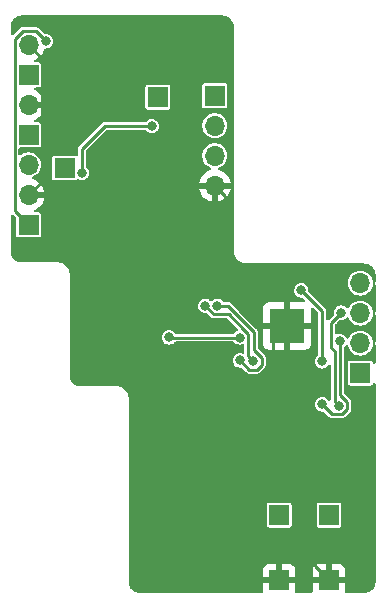
<source format=gbl>
%TF.GenerationSoftware,KiCad,Pcbnew,(7.0.0-122-g9f10c142c4)*%
%TF.CreationDate,2023-03-06T13:40:13+09:00*%
%TF.ProjectId,stepper,73746570-7065-4722-9e6b-696361645f70,rev?*%
%TF.SameCoordinates,Original*%
%TF.FileFunction,Copper,L2,Bot*%
%TF.FilePolarity,Positive*%
%FSLAX46Y46*%
G04 Gerber Fmt 4.6, Leading zero omitted, Abs format (unit mm)*
G04 Created by KiCad (PCBNEW (7.0.0-122-g9f10c142c4)) date 2023-03-06 13:40:13*
%MOMM*%
%LPD*%
G01*
G04 APERTURE LIST*
%TA.AperFunction,ComponentPad*%
%ADD10R,1.700000X1.700000*%
%TD*%
%TA.AperFunction,ComponentPad*%
%ADD11O,1.700000X1.700000*%
%TD*%
%TA.AperFunction,ComponentPad*%
%ADD12C,0.600000*%
%TD*%
%TA.AperFunction,SMDPad,CuDef*%
%ADD13R,3.000000X3.000000*%
%TD*%
%TA.AperFunction,ViaPad*%
%ADD14C,0.800000*%
%TD*%
%TA.AperFunction,Conductor*%
%ADD15C,0.250000*%
%TD*%
G04 APERTURE END LIST*
D10*
%TO.P,J10,1,Pin_1*%
%TO.N,GND*%
X146979995Y-103850006D03*
%TD*%
%TO.P,J3,1,Pin_1*%
%TO.N,/12VA*%
X132510687Y-62964868D03*
%TD*%
%TO.P,J1,1,Pin_1*%
%TO.N,Net-(J1-Pin_1)*%
X149649999Y-86329999D03*
D11*
%TO.P,J1,2,Pin_2*%
%TO.N,Net-(J1-Pin_2)*%
X149649999Y-83789999D03*
%TO.P,J1,3,Pin_3*%
%TO.N,Net-(J1-Pin_3)*%
X149649999Y-81249999D03*
%TO.P,J1,4,Pin_4*%
%TO.N,Net-(J1-Pin_4)*%
X149649999Y-78709999D03*
%TD*%
D10*
%TO.P,J11,1,Pin_1*%
%TO.N,/3V3D*%
X121559999Y-73779999D03*
D11*
%TO.P,J11,2,Pin_2*%
%TO.N,GND*%
X121559999Y-71239999D03*
%TO.P,J11,3,Pin_3*%
%TO.N,/UPDI*%
X121559999Y-68699999D03*
%TD*%
D10*
%TO.P,J9,1,Pin_1*%
%TO.N,GND*%
X142779995Y-103850006D03*
%TD*%
%TO.P,J6,1,Pin_1*%
%TO.N,/12VB*%
X146979995Y-98350006D03*
%TD*%
%TO.P,J4,1,Pin_1*%
%TO.N,/I2C_SDA*%
X137329999Y-62849999D03*
D11*
%TO.P,J4,2,Pin_2*%
%TO.N,/I2C_SCL*%
X137329999Y-65389999D03*
%TO.P,J4,3,Pin_3*%
%TO.N,/3V3D*%
X137329999Y-67929999D03*
%TO.P,J4,4,Pin_4*%
%TO.N,GND*%
X137329999Y-70469999D03*
%TD*%
D12*
%TO.P,U1,17,EPAD*%
%TO.N,GND*%
X144650000Y-83530000D03*
X144650000Y-81130000D03*
D13*
X143449999Y-82329999D03*
D12*
X142250000Y-83530000D03*
X142250000Y-81130000D03*
%TD*%
D11*
%TO.P,J12,2,Pin_2*%
%TO.N,GND*%
X121559999Y-58539999D03*
D10*
%TO.P,J12,1,Pin_1*%
%TO.N,/DOPEN*%
X121559999Y-61079999D03*
%TD*%
D11*
%TO.P,J13,2,Pin_2*%
%TO.N,GND*%
X121559999Y-63619999D03*
D10*
%TO.P,J13,1,Pin_1*%
%TO.N,/DCLOSE*%
X121559999Y-66159999D03*
%TD*%
%TO.P,J7,1,Pin_1*%
%TO.N,/12VD*%
X124610687Y-68964868D03*
%TD*%
%TO.P,J5,1,Pin_1*%
%TO.N,/12VB*%
X142779995Y-98350006D03*
%TD*%
D14*
%TO.N,/SENA*%
X146440000Y-88980000D03*
X147927476Y-83612524D03*
%TO.N,/SENB*%
X148037955Y-81211800D03*
X147830000Y-89080000D03*
%TO.N,GND*%
X150280000Y-91570000D03*
X143890000Y-91540000D03*
%TO.N,/NSLEEP*%
X146400000Y-85340000D03*
X144656558Y-79327300D03*
%TO.N,/AIN1*%
X136533629Y-80627300D03*
%TO.N,/AIN2*%
X137536332Y-80627300D03*
X139465118Y-85256965D03*
%TO.N,/AIN1*%
X140580000Y-85320000D03*
%TO.N,GND*%
X141970000Y-89910000D03*
X131550000Y-83330000D03*
X132430000Y-85770000D03*
%TO.N,Net-(U1-VDD)*%
X133450000Y-83310000D03*
X139447365Y-83317496D03*
%TO.N,/3V3D*%
X123040000Y-58240000D03*
%TO.N,/NSLEEP*%
X126063388Y-69383780D03*
X131990000Y-65420000D03*
%TO.N,GND*%
X126920000Y-65470000D03*
%TD*%
D15*
%TO.N,GND*%
X122738200Y-59718200D02*
X121560000Y-58540000D01*
X132430000Y-84740000D02*
X132430000Y-84210000D01*
X132430000Y-84740000D02*
X134191400Y-86501400D01*
X142250000Y-83530000D02*
X142250000Y-86440000D01*
X132430000Y-85770000D02*
X132430000Y-84740000D01*
X142250000Y-86440000D02*
X142250000Y-89630000D01*
X134191400Y-86501400D02*
X142188600Y-86501400D01*
X142188600Y-86501400D02*
X142250000Y-86440000D01*
%TO.N,/SENB*%
X147474276Y-84440000D02*
X147199276Y-84165000D01*
X147199276Y-84165000D02*
X147199276Y-82050479D01*
X147830000Y-89080000D02*
X147474276Y-88724276D01*
X147474276Y-88724276D02*
X147474276Y-84440000D01*
X147199276Y-82050479D02*
X148037955Y-81211800D01*
%TO.N,/SENA*%
X148131631Y-89808200D02*
X147268200Y-89808200D01*
X148558200Y-89381631D02*
X148131631Y-89808200D01*
X147927476Y-88147645D02*
X148558200Y-88778369D01*
X147927476Y-83612524D02*
X147927476Y-88147645D01*
X148558200Y-88778369D02*
X148558200Y-89381631D01*
X147268200Y-89808200D02*
X146440000Y-88980000D01*
%TO.N,GND*%
X142250000Y-89630000D02*
X141970000Y-89910000D01*
X143890000Y-91540000D02*
X145801796Y-93451796D01*
X145801796Y-93451796D02*
X145801796Y-102671807D01*
X145801796Y-102671807D02*
X146979996Y-103850007D01*
X141970000Y-89910000D02*
X142260000Y-89910000D01*
X142260000Y-89910000D02*
X143890000Y-91540000D01*
X150280000Y-91570000D02*
X143920000Y-91570000D01*
X143920000Y-91570000D02*
X143890000Y-91540000D01*
%TO.N,/NSLEEP*%
X146400000Y-81070742D02*
X146400000Y-85340000D01*
X144656558Y-79327300D02*
X146400000Y-81070742D01*
%TO.N,/AIN1*%
X139814850Y-82655150D02*
X138515200Y-81355500D01*
X137234701Y-81355500D02*
X136533629Y-80654428D01*
X136533629Y-80654428D02*
X136533629Y-80627300D01*
X140175565Y-83015865D02*
X139814850Y-82655150D01*
X138515200Y-81355500D02*
X137234701Y-81355500D01*
%TO.N,/AIN2*%
X140270311Y-82469689D02*
X138427922Y-80627300D01*
X138427922Y-80627300D02*
X137536332Y-80627300D01*
X141308200Y-85621631D02*
X141308200Y-85018369D01*
X139465118Y-85256965D02*
X140256353Y-86048200D01*
X140256353Y-86048200D02*
X140881631Y-86048200D01*
X141308200Y-85018369D02*
X140628765Y-84338934D01*
X140881631Y-86048200D02*
X141308200Y-85621631D01*
X140628765Y-82828143D02*
X140270311Y-82469689D01*
X140628765Y-84338934D02*
X140628765Y-82828143D01*
%TO.N,/AIN1*%
X140175565Y-84915565D02*
X140175565Y-83015865D01*
X140580000Y-85320000D02*
X140175565Y-84915565D01*
%TO.N,GND*%
X132430000Y-84210000D02*
X131550000Y-83330000D01*
%TO.N,Net-(U1-VDD)*%
X133457496Y-83317496D02*
X133450000Y-83310000D01*
X139447365Y-83317496D02*
X133457496Y-83317496D01*
%TO.N,GND*%
X138230000Y-76530000D02*
X138230000Y-71370000D01*
X138230000Y-71370000D02*
X137330000Y-70470000D01*
X142610000Y-78180000D02*
X139880000Y-78180000D01*
X139880000Y-78180000D02*
X138230000Y-76530000D01*
X143450000Y-82330000D02*
X143450000Y-79020000D01*
X143450000Y-79020000D02*
X142610000Y-78180000D01*
X137330000Y-70470000D02*
X123146400Y-70470000D01*
X123146400Y-70470000D02*
X122738200Y-70061800D01*
%TO.N,/3V3D*%
X121071973Y-57361800D02*
X122161800Y-57361800D01*
X121560000Y-73780000D02*
X120381800Y-72601800D01*
X120381800Y-58051973D02*
X121071973Y-57361800D01*
X122161800Y-57361800D02*
X123040000Y-58240000D01*
X120381800Y-72601800D02*
X120381800Y-58051973D01*
%TO.N,/NSLEEP*%
X127999831Y-65420000D02*
X131990000Y-65420000D01*
X126063388Y-67356443D02*
X127999831Y-65420000D01*
X126063388Y-69383780D02*
X126063388Y-67356443D01*
%TO.N,GND*%
X122738200Y-63600000D02*
X122738200Y-65460000D01*
X122738200Y-65460000D02*
X122738200Y-70061800D01*
X126920000Y-65470000D02*
X122748200Y-65470000D01*
X122748200Y-65470000D02*
X122738200Y-65460000D01*
X122738200Y-59718200D02*
X122738200Y-63600000D01*
X121560000Y-63620000D02*
X122718200Y-63620000D01*
X122718200Y-63620000D02*
X122738200Y-63600000D01*
X122738200Y-70061800D02*
X121560000Y-71240000D01*
%TD*%
%TA.AperFunction,Conductor*%
%TO.N,GND*%
G36*
X138005474Y-56050979D02*
G01*
X138050629Y-56054929D01*
X138153899Y-56063964D01*
X138175525Y-56067777D01*
X138314105Y-56104910D01*
X138334734Y-56112418D01*
X138464765Y-56173053D01*
X138483776Y-56184029D01*
X138601300Y-56266320D01*
X138618124Y-56280438D01*
X138719561Y-56381875D01*
X138733679Y-56398699D01*
X138815967Y-56516218D01*
X138826949Y-56535239D01*
X138887579Y-56665261D01*
X138895091Y-56685900D01*
X138932221Y-56824472D01*
X138936034Y-56846101D01*
X138949020Y-56994525D01*
X138949500Y-57005507D01*
X138949500Y-75983592D01*
X138949500Y-76000000D01*
X138949500Y-76091907D01*
X138950454Y-76097320D01*
X138950455Y-76097326D01*
X138980463Y-76267511D01*
X138980465Y-76267520D01*
X138981419Y-76272928D01*
X139044287Y-76445656D01*
X139136194Y-76604844D01*
X139139724Y-76609051D01*
X139139727Y-76609055D01*
X139147337Y-76618124D01*
X139254347Y-76745653D01*
X139258554Y-76749183D01*
X139351231Y-76826949D01*
X139395156Y-76863806D01*
X139554344Y-76955713D01*
X139727072Y-77018581D01*
X139908093Y-77050500D01*
X139989955Y-77050500D01*
X140000000Y-77050500D01*
X140016408Y-77050500D01*
X149983592Y-77050500D01*
X149994493Y-77050500D01*
X150005474Y-77050979D01*
X150050629Y-77054929D01*
X150153899Y-77063964D01*
X150175525Y-77067777D01*
X150314105Y-77104910D01*
X150334734Y-77112418D01*
X150464765Y-77173053D01*
X150483776Y-77184029D01*
X150590209Y-77258554D01*
X150601300Y-77266320D01*
X150618124Y-77280438D01*
X150719561Y-77381875D01*
X150733679Y-77398699D01*
X150815967Y-77516218D01*
X150826949Y-77535239D01*
X150887579Y-77665261D01*
X150895091Y-77685900D01*
X150932221Y-77824472D01*
X150936034Y-77846101D01*
X150949020Y-77994525D01*
X150949500Y-78005507D01*
X150949500Y-78589105D01*
X150933635Y-78650311D01*
X150890037Y-78696104D01*
X150845542Y-78710000D01*
X150890037Y-78723896D01*
X150933635Y-78769689D01*
X150949500Y-78830895D01*
X150949500Y-81129105D01*
X150933635Y-81190311D01*
X150890037Y-81236104D01*
X150845542Y-81250000D01*
X150890037Y-81263896D01*
X150933635Y-81309689D01*
X150949500Y-81370895D01*
X150949500Y-83669105D01*
X150933635Y-83730311D01*
X150890037Y-83776104D01*
X150845542Y-83790000D01*
X150890037Y-83803896D01*
X150933635Y-83849689D01*
X150949500Y-83910895D01*
X150949500Y-85416356D01*
X150934622Y-85475752D01*
X150893502Y-85521121D01*
X150835851Y-85541749D01*
X150775283Y-85532765D01*
X150726101Y-85496290D01*
X150699921Y-85440938D01*
X150694302Y-85412690D01*
X150694301Y-85412689D01*
X150691881Y-85400520D01*
X150646860Y-85333140D01*
X150579480Y-85288119D01*
X150567313Y-85285698D01*
X150567309Y-85285697D01*
X150526130Y-85277506D01*
X150526123Y-85277505D01*
X150520064Y-85276300D01*
X148779936Y-85276300D01*
X148773877Y-85277505D01*
X148773869Y-85277506D01*
X148732690Y-85285697D01*
X148732684Y-85285699D01*
X148720520Y-85288119D01*
X148710202Y-85295012D01*
X148710202Y-85295013D01*
X148663455Y-85326247D01*
X148663452Y-85326249D01*
X148653140Y-85333140D01*
X148646249Y-85343452D01*
X148646247Y-85343455D01*
X148643085Y-85348188D01*
X148608119Y-85400520D01*
X148605699Y-85412684D01*
X148605697Y-85412690D01*
X148597506Y-85453869D01*
X148597505Y-85453877D01*
X148596300Y-85459936D01*
X148596300Y-87200064D01*
X148597505Y-87206123D01*
X148597506Y-87206130D01*
X148605697Y-87247309D01*
X148605698Y-87247313D01*
X148608119Y-87259480D01*
X148637646Y-87303671D01*
X148645861Y-87315967D01*
X148653140Y-87326860D01*
X148720520Y-87371881D01*
X148732689Y-87374301D01*
X148732690Y-87374302D01*
X148752901Y-87378322D01*
X148779936Y-87383700D01*
X150513877Y-87383700D01*
X150520064Y-87383700D01*
X150579480Y-87371881D01*
X150646860Y-87326860D01*
X150691881Y-87259480D01*
X150697013Y-87233679D01*
X150699921Y-87219062D01*
X150726101Y-87163710D01*
X150775283Y-87127235D01*
X150835851Y-87118251D01*
X150893502Y-87138879D01*
X150934622Y-87184248D01*
X150949500Y-87243644D01*
X150949500Y-103994493D01*
X150949020Y-104005475D01*
X150936034Y-104153898D01*
X150932221Y-104175527D01*
X150895091Y-104314099D01*
X150887579Y-104334738D01*
X150826949Y-104464760D01*
X150815967Y-104483781D01*
X150733679Y-104601300D01*
X150719561Y-104618124D01*
X150618124Y-104719561D01*
X150601300Y-104733679D01*
X150483781Y-104815967D01*
X150464760Y-104826949D01*
X150334738Y-104887579D01*
X150314099Y-104895091D01*
X150175527Y-104932221D01*
X150153898Y-104936034D01*
X150005475Y-104949020D01*
X149994493Y-104949500D01*
X148456549Y-104949500D01*
X148401656Y-104936914D01*
X148357729Y-104901671D01*
X148333544Y-104850810D01*
X148333830Y-104809352D01*
X148331491Y-104809101D01*
X148337636Y-104751945D01*
X148337996Y-104745230D01*
X148337996Y-104120597D01*
X148334489Y-104107513D01*
X148321406Y-104104007D01*
X145638586Y-104104007D01*
X145625502Y-104107513D01*
X145621996Y-104120597D01*
X145621996Y-104745230D01*
X145622355Y-104751945D01*
X145628501Y-104809101D01*
X145626161Y-104809352D01*
X145626448Y-104850810D01*
X145602263Y-104901671D01*
X145558336Y-104936914D01*
X145503443Y-104949500D01*
X144256549Y-104949500D01*
X144201656Y-104936914D01*
X144157729Y-104901671D01*
X144133544Y-104850810D01*
X144133830Y-104809352D01*
X144131491Y-104809101D01*
X144137636Y-104751945D01*
X144137996Y-104745230D01*
X144137996Y-104120597D01*
X144134489Y-104107513D01*
X144121406Y-104104007D01*
X141438586Y-104104007D01*
X141425502Y-104107513D01*
X141421996Y-104120597D01*
X141421996Y-104745230D01*
X141422355Y-104751945D01*
X141428501Y-104809101D01*
X141426161Y-104809352D01*
X141426448Y-104850810D01*
X141402263Y-104901671D01*
X141358336Y-104936914D01*
X141303443Y-104949500D01*
X131005507Y-104949500D01*
X130994525Y-104949020D01*
X130846101Y-104936034D01*
X130824472Y-104932221D01*
X130685900Y-104895091D01*
X130665261Y-104887579D01*
X130535239Y-104826949D01*
X130516218Y-104815967D01*
X130506412Y-104809101D01*
X130398699Y-104733679D01*
X130381875Y-104719561D01*
X130280438Y-104618124D01*
X130266320Y-104601300D01*
X130184029Y-104483776D01*
X130173053Y-104464765D01*
X130112418Y-104334734D01*
X130104910Y-104314105D01*
X130067777Y-104175525D01*
X130063964Y-104153897D01*
X130050979Y-104005474D01*
X130050500Y-103994493D01*
X130050500Y-103579417D01*
X141421996Y-103579417D01*
X141425502Y-103592500D01*
X141438586Y-103596007D01*
X142509406Y-103596007D01*
X142522489Y-103592500D01*
X142525996Y-103579417D01*
X143033996Y-103579417D01*
X143037502Y-103592500D01*
X143050586Y-103596007D01*
X144121406Y-103596007D01*
X144134489Y-103592500D01*
X144137996Y-103579417D01*
X145621996Y-103579417D01*
X145625502Y-103592500D01*
X145638586Y-103596007D01*
X146709406Y-103596007D01*
X146722489Y-103592500D01*
X146725996Y-103579417D01*
X147233996Y-103579417D01*
X147237502Y-103592500D01*
X147250586Y-103596007D01*
X148321406Y-103596007D01*
X148334489Y-103592500D01*
X148337996Y-103579417D01*
X148337996Y-102954784D01*
X148337636Y-102948068D01*
X148332333Y-102898749D01*
X148328736Y-102883528D01*
X148283590Y-102762487D01*
X148275041Y-102746831D01*
X148198298Y-102644314D01*
X148185688Y-102631704D01*
X148083171Y-102554961D01*
X148067515Y-102546412D01*
X147946474Y-102501266D01*
X147931253Y-102497669D01*
X147881934Y-102492366D01*
X147875219Y-102492007D01*
X147250586Y-102492007D01*
X147237502Y-102495513D01*
X147233996Y-102508597D01*
X147233996Y-103579417D01*
X146725996Y-103579417D01*
X146725996Y-102508597D01*
X146722489Y-102495513D01*
X146709406Y-102492007D01*
X146084773Y-102492007D01*
X146078057Y-102492366D01*
X146028738Y-102497669D01*
X146013517Y-102501266D01*
X145892476Y-102546412D01*
X145876820Y-102554961D01*
X145774303Y-102631704D01*
X145761693Y-102644314D01*
X145684950Y-102746831D01*
X145676401Y-102762487D01*
X145631255Y-102883528D01*
X145627658Y-102898749D01*
X145622355Y-102948068D01*
X145621996Y-102954784D01*
X145621996Y-103579417D01*
X144137996Y-103579417D01*
X144137996Y-102954784D01*
X144137636Y-102948068D01*
X144132333Y-102898749D01*
X144128736Y-102883528D01*
X144083590Y-102762487D01*
X144075041Y-102746831D01*
X143998298Y-102644314D01*
X143985688Y-102631704D01*
X143883171Y-102554961D01*
X143867515Y-102546412D01*
X143746474Y-102501266D01*
X143731253Y-102497669D01*
X143681934Y-102492366D01*
X143675219Y-102492007D01*
X143050586Y-102492007D01*
X143037502Y-102495513D01*
X143033996Y-102508597D01*
X143033996Y-103579417D01*
X142525996Y-103579417D01*
X142525996Y-102508597D01*
X142522489Y-102495513D01*
X142509406Y-102492007D01*
X141884773Y-102492007D01*
X141878057Y-102492366D01*
X141828738Y-102497669D01*
X141813517Y-102501266D01*
X141692476Y-102546412D01*
X141676820Y-102554961D01*
X141574303Y-102631704D01*
X141561693Y-102644314D01*
X141484950Y-102746831D01*
X141476401Y-102762487D01*
X141431255Y-102883528D01*
X141427658Y-102898749D01*
X141422355Y-102948068D01*
X141421996Y-102954784D01*
X141421996Y-103579417D01*
X130050500Y-103579417D01*
X130050500Y-99220071D01*
X141726296Y-99220071D01*
X141727501Y-99226130D01*
X141727502Y-99226137D01*
X141735693Y-99267316D01*
X141735694Y-99267320D01*
X141738115Y-99279487D01*
X141783136Y-99346867D01*
X141850516Y-99391888D01*
X141862685Y-99394308D01*
X141862686Y-99394309D01*
X141882897Y-99398329D01*
X141909932Y-99403707D01*
X143643873Y-99403707D01*
X143650060Y-99403707D01*
X143709476Y-99391888D01*
X143776856Y-99346867D01*
X143821877Y-99279487D01*
X143833696Y-99220071D01*
X145926296Y-99220071D01*
X145927501Y-99226130D01*
X145927502Y-99226137D01*
X145935693Y-99267316D01*
X145935694Y-99267320D01*
X145938115Y-99279487D01*
X145983136Y-99346867D01*
X146050516Y-99391888D01*
X146062685Y-99394308D01*
X146062686Y-99394309D01*
X146082897Y-99398329D01*
X146109932Y-99403707D01*
X147843873Y-99403707D01*
X147850060Y-99403707D01*
X147909476Y-99391888D01*
X147976856Y-99346867D01*
X148021877Y-99279487D01*
X148033696Y-99220071D01*
X148033696Y-97479943D01*
X148021877Y-97420527D01*
X147976856Y-97353147D01*
X147909476Y-97308126D01*
X147897309Y-97305705D01*
X147897305Y-97305704D01*
X147856126Y-97297513D01*
X147856119Y-97297512D01*
X147850060Y-97296307D01*
X146109932Y-97296307D01*
X146103873Y-97297512D01*
X146103865Y-97297513D01*
X146062686Y-97305704D01*
X146062680Y-97305706D01*
X146050516Y-97308126D01*
X146040198Y-97315019D01*
X146040198Y-97315020D01*
X145993451Y-97346254D01*
X145993448Y-97346256D01*
X145983136Y-97353147D01*
X145976245Y-97363459D01*
X145976243Y-97363462D01*
X145945009Y-97410209D01*
X145938115Y-97420527D01*
X145935695Y-97432691D01*
X145935693Y-97432697D01*
X145927502Y-97473876D01*
X145927501Y-97473884D01*
X145926296Y-97479943D01*
X145926296Y-99220071D01*
X143833696Y-99220071D01*
X143833696Y-97479943D01*
X143821877Y-97420527D01*
X143776856Y-97353147D01*
X143709476Y-97308126D01*
X143697309Y-97305705D01*
X143697305Y-97305704D01*
X143656126Y-97297513D01*
X143656119Y-97297512D01*
X143650060Y-97296307D01*
X141909932Y-97296307D01*
X141903873Y-97297512D01*
X141903865Y-97297513D01*
X141862686Y-97305704D01*
X141862680Y-97305706D01*
X141850516Y-97308126D01*
X141840198Y-97315019D01*
X141840198Y-97315020D01*
X141793451Y-97346254D01*
X141793448Y-97346256D01*
X141783136Y-97353147D01*
X141776245Y-97363459D01*
X141776243Y-97363462D01*
X141745009Y-97410209D01*
X141738115Y-97420527D01*
X141735695Y-97432691D01*
X141735693Y-97432697D01*
X141727502Y-97473876D01*
X141727501Y-97473884D01*
X141726296Y-97479943D01*
X141726296Y-99220071D01*
X130050500Y-99220071D01*
X130050500Y-88413597D01*
X130050500Y-88408093D01*
X130018581Y-88227072D01*
X129955713Y-88054344D01*
X129863806Y-87895156D01*
X129745653Y-87754347D01*
X129654320Y-87677709D01*
X129609055Y-87639727D01*
X129609051Y-87639724D01*
X129604844Y-87636194D01*
X129445656Y-87544287D01*
X129272928Y-87481419D01*
X129267520Y-87480465D01*
X129267511Y-87480463D01*
X129097326Y-87450455D01*
X129097320Y-87450454D01*
X129091907Y-87449500D01*
X129086403Y-87449500D01*
X126005507Y-87449500D01*
X125994525Y-87449020D01*
X125846101Y-87436034D01*
X125824472Y-87432221D01*
X125685900Y-87395091D01*
X125665261Y-87387579D01*
X125535239Y-87326949D01*
X125516218Y-87315967D01*
X125398699Y-87233679D01*
X125381875Y-87219561D01*
X125280438Y-87118124D01*
X125266320Y-87101300D01*
X125184029Y-86983776D01*
X125173053Y-86964765D01*
X125112418Y-86834734D01*
X125104910Y-86814105D01*
X125067777Y-86675525D01*
X125063964Y-86653897D01*
X125050979Y-86505474D01*
X125050500Y-86494493D01*
X125050500Y-83310000D01*
X132841091Y-83310000D01*
X132842169Y-83318188D01*
X132860760Y-83459408D01*
X132860761Y-83459414D01*
X132861839Y-83467597D01*
X132864998Y-83475225D01*
X132864999Y-83475226D01*
X132919508Y-83606825D01*
X132919510Y-83606828D01*
X132922669Y-83614455D01*
X132927696Y-83621006D01*
X132927697Y-83621008D01*
X133014405Y-83734008D01*
X133019436Y-83740564D01*
X133145545Y-83837331D01*
X133292403Y-83898161D01*
X133450000Y-83918909D01*
X133607597Y-83898161D01*
X133754455Y-83837331D01*
X133880564Y-83740564D01*
X133885595Y-83734008D01*
X133915150Y-83695492D01*
X133959384Y-83659190D01*
X134015112Y-83646196D01*
X138876501Y-83646196D01*
X138932229Y-83659190D01*
X138976463Y-83695492D01*
X139011769Y-83741504D01*
X139011775Y-83741510D01*
X139016801Y-83748060D01*
X139142910Y-83844827D01*
X139289768Y-83905657D01*
X139447365Y-83926405D01*
X139604962Y-83905657D01*
X139672647Y-83877620D01*
X139733215Y-83868637D01*
X139790867Y-83889265D01*
X139831987Y-83934634D01*
X139846865Y-83994030D01*
X139846865Y-84573077D01*
X139831987Y-84632473D01*
X139790867Y-84677842D01*
X139733216Y-84698470D01*
X139672648Y-84689486D01*
X139630347Y-84671965D01*
X139630345Y-84671964D01*
X139622715Y-84668804D01*
X139614532Y-84667726D01*
X139614526Y-84667725D01*
X139473306Y-84649134D01*
X139465118Y-84648056D01*
X139456930Y-84649134D01*
X139315709Y-84667725D01*
X139315701Y-84667727D01*
X139307521Y-84668804D01*
X139299894Y-84671963D01*
X139299891Y-84671964D01*
X139168293Y-84726473D01*
X139168287Y-84726476D01*
X139160664Y-84729634D01*
X139154119Y-84734655D01*
X139154112Y-84734660D01*
X139041099Y-84821378D01*
X139041095Y-84821381D01*
X139034554Y-84826401D01*
X139029534Y-84832942D01*
X139029531Y-84832946D01*
X138942813Y-84945959D01*
X138942808Y-84945966D01*
X138937787Y-84952511D01*
X138934629Y-84960134D01*
X138934626Y-84960140D01*
X138880117Y-85091738D01*
X138876957Y-85099368D01*
X138875880Y-85107548D01*
X138875878Y-85107556D01*
X138866025Y-85182403D01*
X138856209Y-85256965D01*
X138857287Y-85265153D01*
X138875878Y-85406373D01*
X138875879Y-85406379D01*
X138876957Y-85414562D01*
X138880116Y-85422190D01*
X138880117Y-85422191D01*
X138934626Y-85553790D01*
X138934628Y-85553793D01*
X138937787Y-85561420D01*
X138942814Y-85567971D01*
X138942815Y-85567973D01*
X138977171Y-85612746D01*
X139034554Y-85687529D01*
X139160663Y-85784296D01*
X139307521Y-85845126D01*
X139465118Y-85865874D01*
X139530813Y-85857224D01*
X139587757Y-85862832D01*
X139636352Y-85893051D01*
X140009882Y-86266581D01*
X140017309Y-86274685D01*
X140034722Y-86295438D01*
X140034724Y-86295440D01*
X140041809Y-86303883D01*
X140074817Y-86322940D01*
X140084077Y-86328839D01*
X140115295Y-86350699D01*
X140125947Y-86353552D01*
X140129238Y-86355087D01*
X140132648Y-86356328D01*
X140142197Y-86361842D01*
X140175001Y-86367626D01*
X140179718Y-86368458D01*
X140190451Y-86370838D01*
X140216609Y-86377847D01*
X140216613Y-86377847D01*
X140227263Y-86380701D01*
X140265233Y-86377378D01*
X140276215Y-86376900D01*
X140861769Y-86376900D01*
X140872750Y-86377378D01*
X140910721Y-86380701D01*
X140947553Y-86370831D01*
X140958248Y-86368460D01*
X140995787Y-86361842D01*
X141005344Y-86356323D01*
X141008756Y-86355081D01*
X141012031Y-86353553D01*
X141022689Y-86350699D01*
X141053920Y-86328829D01*
X141063149Y-86322949D01*
X141096175Y-86303883D01*
X141120677Y-86274681D01*
X141128093Y-86266588D01*
X141526595Y-85868086D01*
X141534664Y-85860690D01*
X141563883Y-85836175D01*
X141582949Y-85803149D01*
X141588829Y-85793920D01*
X141610699Y-85762689D01*
X141613553Y-85752033D01*
X141615080Y-85748759D01*
X141616322Y-85745344D01*
X141621842Y-85735787D01*
X141628459Y-85698252D01*
X141630837Y-85687529D01*
X141640701Y-85650720D01*
X141637379Y-85612746D01*
X141636900Y-85601765D01*
X141636900Y-85038217D01*
X141637380Y-85027234D01*
X141639740Y-85000262D01*
X141640701Y-84989279D01*
X141637847Y-84978629D01*
X141637847Y-84978625D01*
X141630838Y-84952467D01*
X141628458Y-84941734D01*
X141627626Y-84937017D01*
X141621842Y-84904213D01*
X141616327Y-84894661D01*
X141615085Y-84891250D01*
X141613552Y-84887964D01*
X141610699Y-84877311D01*
X141588832Y-84846082D01*
X141582936Y-84836826D01*
X141579730Y-84831273D01*
X141563883Y-84803825D01*
X141534683Y-84779323D01*
X141526580Y-84771897D01*
X140994370Y-84239687D01*
X140967056Y-84198810D01*
X140957465Y-84150592D01*
X140957465Y-83537029D01*
X141437679Y-83537029D01*
X141441208Y-83568351D01*
X141442000Y-83582458D01*
X141442000Y-83875223D01*
X141442359Y-83881938D01*
X141447662Y-83931257D01*
X141451259Y-83946478D01*
X141496405Y-84067519D01*
X141504954Y-84083175D01*
X141581697Y-84185692D01*
X141594307Y-84198302D01*
X141696824Y-84275045D01*
X141712480Y-84283594D01*
X141833521Y-84328740D01*
X141848742Y-84332337D01*
X141898061Y-84337640D01*
X141904777Y-84338000D01*
X142197542Y-84338000D01*
X142211649Y-84338792D01*
X142242971Y-84342321D01*
X142257029Y-84342321D01*
X142288351Y-84338792D01*
X142302458Y-84338000D01*
X143179410Y-84338000D01*
X143192493Y-84334493D01*
X143196000Y-84321410D01*
X143704000Y-84321410D01*
X143707506Y-84334493D01*
X143720590Y-84338000D01*
X144597542Y-84338000D01*
X144611649Y-84338792D01*
X144642971Y-84342321D01*
X144657029Y-84342321D01*
X144688351Y-84338792D01*
X144702458Y-84338000D01*
X144995223Y-84338000D01*
X145001938Y-84337640D01*
X145051257Y-84332337D01*
X145066478Y-84328740D01*
X145187519Y-84283594D01*
X145203175Y-84275045D01*
X145305692Y-84198302D01*
X145318302Y-84185692D01*
X145395045Y-84083175D01*
X145403594Y-84067519D01*
X145448740Y-83946478D01*
X145452337Y-83931257D01*
X145457640Y-83881938D01*
X145458000Y-83875223D01*
X145458000Y-83582458D01*
X145458792Y-83568351D01*
X145462321Y-83537029D01*
X145462321Y-83522971D01*
X145458792Y-83491649D01*
X145458000Y-83477542D01*
X145458000Y-82600590D01*
X145454493Y-82587506D01*
X145441410Y-82584000D01*
X143720590Y-82584000D01*
X143707506Y-82587506D01*
X143704000Y-82600590D01*
X143704000Y-84321410D01*
X143196000Y-84321410D01*
X143196000Y-82600590D01*
X143192493Y-82587506D01*
X143179410Y-82584000D01*
X141458590Y-82584000D01*
X141445506Y-82587506D01*
X141442000Y-82600590D01*
X141442000Y-83477542D01*
X141441208Y-83491649D01*
X141437679Y-83522971D01*
X141437679Y-83537029D01*
X140957465Y-83537029D01*
X140957465Y-82848006D01*
X140957944Y-82837024D01*
X140961266Y-82799054D01*
X140951398Y-82762230D01*
X140949024Y-82751517D01*
X140944464Y-82725654D01*
X140942407Y-82713987D01*
X140936893Y-82704437D01*
X140935649Y-82701020D01*
X140934116Y-82697734D01*
X140931264Y-82687085D01*
X140909397Y-82655856D01*
X140903501Y-82646600D01*
X140889958Y-82623143D01*
X140884448Y-82613599D01*
X140855248Y-82589097D01*
X140847145Y-82581671D01*
X139402503Y-81137029D01*
X141437679Y-81137029D01*
X141441208Y-81168351D01*
X141442000Y-81182458D01*
X141442000Y-82059410D01*
X141445506Y-82072493D01*
X141458590Y-82076000D01*
X143179410Y-82076000D01*
X143192493Y-82072493D01*
X143196000Y-82059410D01*
X143704000Y-82059410D01*
X143707506Y-82072493D01*
X143720590Y-82076000D01*
X145441410Y-82076000D01*
X145454493Y-82072493D01*
X145458000Y-82059410D01*
X145458000Y-81182458D01*
X145458792Y-81168351D01*
X145462321Y-81137029D01*
X145462321Y-81122971D01*
X145458792Y-81091649D01*
X145458000Y-81077542D01*
X145458000Y-80897784D01*
X145471733Y-80840581D01*
X145509939Y-80795848D01*
X145564289Y-80773335D01*
X145622936Y-80777951D01*
X145673095Y-80808689D01*
X146034395Y-81169989D01*
X146061709Y-81210866D01*
X146071300Y-81259084D01*
X146071300Y-84769136D01*
X146058306Y-84824864D01*
X146022004Y-84869098D01*
X145975986Y-84904408D01*
X145975977Y-84904416D01*
X145969436Y-84909436D01*
X145964416Y-84915977D01*
X145964413Y-84915981D01*
X145877695Y-85028994D01*
X145877690Y-85029001D01*
X145872669Y-85035546D01*
X145869511Y-85043169D01*
X145869508Y-85043175D01*
X145814999Y-85174773D01*
X145811839Y-85182403D01*
X145810762Y-85190583D01*
X145810760Y-85190591D01*
X145792902Y-85326247D01*
X145791091Y-85340000D01*
X145792169Y-85348188D01*
X145810760Y-85489408D01*
X145810761Y-85489414D01*
X145811839Y-85497597D01*
X145814998Y-85505225D01*
X145814999Y-85505226D01*
X145869508Y-85636825D01*
X145869510Y-85636828D01*
X145872669Y-85644455D01*
X145877696Y-85651006D01*
X145877697Y-85651008D01*
X145952508Y-85748503D01*
X145969436Y-85770564D01*
X145975986Y-85775590D01*
X146042502Y-85826630D01*
X146095545Y-85867331D01*
X146242403Y-85928161D01*
X146400000Y-85948909D01*
X146557597Y-85928161D01*
X146704455Y-85867331D01*
X146830564Y-85770564D01*
X146919613Y-85654512D01*
X146968327Y-85616109D01*
X147029462Y-85605604D01*
X147088201Y-85625544D01*
X147130307Y-85671094D01*
X147145576Y-85731216D01*
X147145576Y-88536654D01*
X147130307Y-88596776D01*
X147088200Y-88642327D01*
X147029462Y-88662266D01*
X146968327Y-88651761D01*
X146919613Y-88613358D01*
X146906889Y-88596776D01*
X146870564Y-88549436D01*
X146744455Y-88452669D01*
X146736828Y-88449510D01*
X146736825Y-88449508D01*
X146605226Y-88394999D01*
X146605225Y-88394998D01*
X146597597Y-88391839D01*
X146589414Y-88390761D01*
X146589408Y-88390760D01*
X146448188Y-88372169D01*
X146440000Y-88371091D01*
X146431812Y-88372169D01*
X146290591Y-88390760D01*
X146290583Y-88390762D01*
X146282403Y-88391839D01*
X146274776Y-88394998D01*
X146274773Y-88394999D01*
X146143175Y-88449508D01*
X146143169Y-88449511D01*
X146135546Y-88452669D01*
X146129001Y-88457690D01*
X146128994Y-88457695D01*
X146015981Y-88544413D01*
X146015977Y-88544416D01*
X146009436Y-88549436D01*
X146004416Y-88555977D01*
X146004413Y-88555981D01*
X145917695Y-88668994D01*
X145917690Y-88669001D01*
X145912669Y-88675546D01*
X145909511Y-88683169D01*
X145909508Y-88683175D01*
X145854999Y-88814773D01*
X145851839Y-88822403D01*
X145850762Y-88830583D01*
X145850760Y-88830591D01*
X145841484Y-88901057D01*
X145831091Y-88980000D01*
X145832169Y-88988188D01*
X145850760Y-89129408D01*
X145850761Y-89129414D01*
X145851839Y-89137597D01*
X145854998Y-89145225D01*
X145854999Y-89145226D01*
X145909508Y-89276825D01*
X145909510Y-89276828D01*
X145912669Y-89284455D01*
X146009436Y-89410564D01*
X146135545Y-89507331D01*
X146282403Y-89568161D01*
X146440000Y-89588909D01*
X146505695Y-89580259D01*
X146562639Y-89585867D01*
X146611234Y-89616086D01*
X147021729Y-90026581D01*
X147029155Y-90034684D01*
X147053656Y-90063883D01*
X147086651Y-90082933D01*
X147086657Y-90082936D01*
X147095913Y-90088832D01*
X147127142Y-90110699D01*
X147137791Y-90113551D01*
X147141077Y-90115084D01*
X147144494Y-90116328D01*
X147154044Y-90121842D01*
X147191579Y-90128460D01*
X147202287Y-90130833D01*
X147239111Y-90140701D01*
X147277081Y-90137378D01*
X147288063Y-90136900D01*
X148111769Y-90136900D01*
X148122750Y-90137378D01*
X148160721Y-90140701D01*
X148197553Y-90130831D01*
X148208248Y-90128460D01*
X148245787Y-90121842D01*
X148255344Y-90116323D01*
X148258756Y-90115081D01*
X148262031Y-90113553D01*
X148272689Y-90110699D01*
X148303920Y-90088829D01*
X148313149Y-90082949D01*
X148346175Y-90063883D01*
X148370677Y-90034681D01*
X148378093Y-90026588D01*
X148776595Y-89628086D01*
X148784664Y-89620690D01*
X148813883Y-89596175D01*
X148832949Y-89563149D01*
X148838829Y-89553920D01*
X148860699Y-89522689D01*
X148863553Y-89512033D01*
X148865080Y-89508759D01*
X148866322Y-89505344D01*
X148871842Y-89495787D01*
X148878459Y-89458252D01*
X148880836Y-89447533D01*
X148890701Y-89410720D01*
X148887379Y-89372746D01*
X148886900Y-89361765D01*
X148886900Y-88798220D01*
X148887379Y-88787238D01*
X148889739Y-88760261D01*
X148890700Y-88749279D01*
X148880836Y-88712467D01*
X148878459Y-88701741D01*
X148873756Y-88675071D01*
X148871842Y-88664213D01*
X148866327Y-88654661D01*
X148865087Y-88651254D01*
X148863553Y-88647964D01*
X148860699Y-88637311D01*
X148838839Y-88606093D01*
X148832940Y-88596833D01*
X148813883Y-88563825D01*
X148805440Y-88556740D01*
X148805438Y-88556738D01*
X148784683Y-88539323D01*
X148776580Y-88531897D01*
X148293081Y-88048398D01*
X148265767Y-88007521D01*
X148256176Y-87959303D01*
X148256176Y-84183388D01*
X148269170Y-84127660D01*
X148305472Y-84083426D01*
X148351484Y-84048119D01*
X148351485Y-84048117D01*
X148358040Y-84043088D01*
X148400508Y-83987742D01*
X148455121Y-83946890D01*
X148523025Y-83940482D01*
X148584319Y-83970398D01*
X148621043Y-84027871D01*
X148669997Y-84189251D01*
X148670001Y-84189261D01*
X148671798Y-84195184D01*
X148769642Y-84378237D01*
X148773567Y-84383020D01*
X148773568Y-84383021D01*
X148796916Y-84411471D01*
X148901317Y-84538683D01*
X149061763Y-84670358D01*
X149244816Y-84768202D01*
X149443439Y-84828453D01*
X149650000Y-84848798D01*
X149856561Y-84828453D01*
X150055184Y-84768202D01*
X150238237Y-84670358D01*
X150398683Y-84538683D01*
X150530358Y-84378237D01*
X150628202Y-84195184D01*
X150688453Y-83996561D01*
X150697300Y-83906735D01*
X150698107Y-83898545D01*
X150719894Y-83839188D01*
X150767772Y-83797889D01*
X150805804Y-83789999D01*
X150767772Y-83782111D01*
X150719894Y-83740812D01*
X150698107Y-83681455D01*
X150689060Y-83589602D01*
X150688453Y-83583439D01*
X150628202Y-83384816D01*
X150530358Y-83201763D01*
X150398683Y-83041317D01*
X150347112Y-82998994D01*
X150243021Y-82913568D01*
X150243020Y-82913567D01*
X150238237Y-82909642D01*
X150055184Y-82811798D01*
X150049263Y-82810002D01*
X150049261Y-82810001D01*
X149862483Y-82753343D01*
X149862479Y-82753342D01*
X149856561Y-82751547D01*
X149850405Y-82750940D01*
X149850397Y-82750939D01*
X149656163Y-82731809D01*
X149650000Y-82731202D01*
X149643837Y-82731809D01*
X149449602Y-82750939D01*
X149449592Y-82750940D01*
X149443439Y-82751547D01*
X149437522Y-82753341D01*
X149437516Y-82753343D01*
X149250738Y-82810001D01*
X149250732Y-82810003D01*
X149244816Y-82811798D01*
X149239358Y-82814715D01*
X149239354Y-82814717D01*
X149106022Y-82885985D01*
X149061763Y-82909642D01*
X149056984Y-82913563D01*
X149056978Y-82913568D01*
X148906096Y-83037394D01*
X148906090Y-83037399D01*
X148901317Y-83041317D01*
X148897399Y-83046090D01*
X148897394Y-83046096D01*
X148773568Y-83196978D01*
X148773563Y-83196984D01*
X148769642Y-83201763D01*
X148766727Y-83207216D01*
X148766726Y-83207218D01*
X148693037Y-83345080D01*
X148644019Y-83395314D01*
X148575731Y-83411531D01*
X148509362Y-83388698D01*
X148465506Y-83333900D01*
X148454807Y-83308070D01*
X148358040Y-83181960D01*
X148231931Y-83085193D01*
X148224304Y-83082034D01*
X148224301Y-83082032D01*
X148092702Y-83027523D01*
X148092701Y-83027522D01*
X148085073Y-83024363D01*
X148076890Y-83023285D01*
X148076884Y-83023284D01*
X147935664Y-83004693D01*
X147927476Y-83003615D01*
X147919288Y-83004693D01*
X147778067Y-83023284D01*
X147778059Y-83023286D01*
X147769879Y-83024363D01*
X147762252Y-83027522D01*
X147762249Y-83027523D01*
X147702194Y-83052399D01*
X147641626Y-83061383D01*
X147583974Y-83040755D01*
X147542854Y-82995386D01*
X147527976Y-82935990D01*
X147527976Y-82238822D01*
X147537567Y-82190604D01*
X147564880Y-82149727D01*
X147638607Y-82076000D01*
X147866721Y-81847884D01*
X147915315Y-81817667D01*
X147972258Y-81812059D01*
X148037955Y-81820709D01*
X148195552Y-81799961D01*
X148342410Y-81739131D01*
X148468519Y-81642364D01*
X148473551Y-81635805D01*
X148475859Y-81633498D01*
X148525431Y-81602951D01*
X148583443Y-81597954D01*
X148637508Y-81619575D01*
X148676079Y-81663194D01*
X148716669Y-81739131D01*
X148769642Y-81838237D01*
X148901317Y-81998683D01*
X149061763Y-82130358D01*
X149244816Y-82228202D01*
X149443439Y-82288453D01*
X149650000Y-82308798D01*
X149856561Y-82288453D01*
X150055184Y-82228202D01*
X150238237Y-82130358D01*
X150398683Y-81998683D01*
X150530358Y-81838237D01*
X150628202Y-81655184D01*
X150688453Y-81456561D01*
X150698106Y-81358545D01*
X150719894Y-81299188D01*
X150767772Y-81257889D01*
X150805804Y-81250000D01*
X150767772Y-81242111D01*
X150719894Y-81200812D01*
X150698107Y-81141455D01*
X150689060Y-81049602D01*
X150688453Y-81043439D01*
X150628202Y-80844816D01*
X150530358Y-80661763D01*
X150398683Y-80501317D01*
X150370138Y-80477891D01*
X150243021Y-80373568D01*
X150243020Y-80373567D01*
X150238237Y-80369642D01*
X150055184Y-80271798D01*
X150049263Y-80270002D01*
X150049261Y-80270001D01*
X149862483Y-80213343D01*
X149862479Y-80213342D01*
X149856561Y-80211547D01*
X149850405Y-80210940D01*
X149850397Y-80210939D01*
X149656163Y-80191809D01*
X149650000Y-80191202D01*
X149643837Y-80191809D01*
X149449602Y-80210939D01*
X149449592Y-80210940D01*
X149443439Y-80211547D01*
X149437522Y-80213341D01*
X149437516Y-80213343D01*
X149250738Y-80270001D01*
X149250732Y-80270003D01*
X149244816Y-80271798D01*
X149239358Y-80274715D01*
X149239354Y-80274717D01*
X149068380Y-80366105D01*
X149061763Y-80369642D01*
X149056984Y-80373563D01*
X149056978Y-80373568D01*
X148906096Y-80497394D01*
X148906090Y-80497399D01*
X148901317Y-80501317D01*
X148897399Y-80506090D01*
X148897394Y-80506096D01*
X148773568Y-80656978D01*
X148773563Y-80656984D01*
X148769642Y-80661763D01*
X148766727Y-80667216D01*
X148766726Y-80667218D01*
X148700486Y-80791144D01*
X148658505Y-80837082D01*
X148599659Y-80857326D01*
X148538302Y-80846937D01*
X148489400Y-80808449D01*
X148473547Y-80787788D01*
X148473544Y-80787785D01*
X148468519Y-80781236D01*
X148400108Y-80728742D01*
X148348963Y-80689497D01*
X148348960Y-80689495D01*
X148342410Y-80684469D01*
X148334783Y-80681310D01*
X148334780Y-80681308D01*
X148203181Y-80626799D01*
X148203180Y-80626798D01*
X148195552Y-80623639D01*
X148187369Y-80622561D01*
X148187363Y-80622560D01*
X148046143Y-80603969D01*
X148037955Y-80602891D01*
X148029767Y-80603969D01*
X147888546Y-80622560D01*
X147888538Y-80622562D01*
X147880358Y-80623639D01*
X147872731Y-80626798D01*
X147872728Y-80626799D01*
X147741130Y-80681308D01*
X147741124Y-80681311D01*
X147733501Y-80684469D01*
X147726956Y-80689490D01*
X147726949Y-80689495D01*
X147613936Y-80776213D01*
X147613932Y-80776216D01*
X147607391Y-80781236D01*
X147602371Y-80787777D01*
X147602368Y-80787781D01*
X147515650Y-80900794D01*
X147515645Y-80900801D01*
X147510624Y-80907346D01*
X147507466Y-80914969D01*
X147507463Y-80914975D01*
X147452954Y-81046573D01*
X147449794Y-81054203D01*
X147448717Y-81062383D01*
X147448715Y-81062391D01*
X147432909Y-81182458D01*
X147429046Y-81211800D01*
X147430124Y-81219988D01*
X147430124Y-81219990D01*
X147437694Y-81277494D01*
X147432085Y-81334441D01*
X147401867Y-81383034D01*
X146980891Y-81804010D01*
X146972790Y-81811434D01*
X146952035Y-81828849D01*
X146952028Y-81828856D01*
X146948674Y-81831670D01*
X146948669Y-81831675D01*
X146943595Y-81835933D01*
X146943297Y-81835578D01*
X146901900Y-81865655D01*
X146841529Y-81874140D01*
X146784242Y-81853289D01*
X146743449Y-81807983D01*
X146728700Y-81748830D01*
X146728700Y-81090593D01*
X146729179Y-81079611D01*
X146730642Y-81062890D01*
X146732500Y-81041652D01*
X146722636Y-81004840D01*
X146720259Y-80994114D01*
X146715556Y-80967444D01*
X146713642Y-80956586D01*
X146708127Y-80947034D01*
X146706887Y-80943627D01*
X146705353Y-80940337D01*
X146702499Y-80929684D01*
X146680639Y-80898466D01*
X146674740Y-80889206D01*
X146655683Y-80856198D01*
X146647240Y-80849113D01*
X146647238Y-80849111D01*
X146626483Y-80831696D01*
X146618380Y-80824270D01*
X145292644Y-79498534D01*
X145262425Y-79449939D01*
X145256817Y-79392995D01*
X145265467Y-79327300D01*
X145244719Y-79169703D01*
X145183889Y-79022846D01*
X145087122Y-78896736D01*
X145059448Y-78875501D01*
X144967566Y-78804997D01*
X144967563Y-78804995D01*
X144961013Y-78799969D01*
X144953386Y-78796810D01*
X144953383Y-78796808D01*
X144821784Y-78742299D01*
X144821783Y-78742298D01*
X144814155Y-78739139D01*
X144805972Y-78738061D01*
X144805966Y-78738060D01*
X144664746Y-78719469D01*
X144656558Y-78718391D01*
X144648370Y-78719469D01*
X144507149Y-78738060D01*
X144507141Y-78738062D01*
X144498961Y-78739139D01*
X144491334Y-78742298D01*
X144491331Y-78742299D01*
X144359733Y-78796808D01*
X144359727Y-78796811D01*
X144352104Y-78799969D01*
X144345559Y-78804990D01*
X144345552Y-78804995D01*
X144232539Y-78891713D01*
X144232535Y-78891716D01*
X144225994Y-78896736D01*
X144220974Y-78903277D01*
X144220971Y-78903281D01*
X144134253Y-79016294D01*
X144134248Y-79016301D01*
X144129227Y-79022846D01*
X144126069Y-79030469D01*
X144126066Y-79030475D01*
X144090979Y-79115184D01*
X144068397Y-79169703D01*
X144067320Y-79177883D01*
X144067318Y-79177891D01*
X144052194Y-79292777D01*
X144047649Y-79327300D01*
X144048727Y-79335485D01*
X144048727Y-79335488D01*
X144067318Y-79476708D01*
X144067319Y-79476714D01*
X144068397Y-79484897D01*
X144071556Y-79492525D01*
X144071557Y-79492526D01*
X144126066Y-79624125D01*
X144126068Y-79624128D01*
X144129227Y-79631755D01*
X144134254Y-79638306D01*
X144134255Y-79638308D01*
X144219238Y-79749060D01*
X144225994Y-79757864D01*
X144352103Y-79854631D01*
X144498961Y-79915461D01*
X144656558Y-79936209D01*
X144722253Y-79927559D01*
X144779197Y-79933167D01*
X144827792Y-79963386D01*
X144971311Y-80106905D01*
X145002049Y-80157064D01*
X145006665Y-80215711D01*
X144984152Y-80270061D01*
X144939419Y-80308267D01*
X144882216Y-80322000D01*
X144702458Y-80322000D01*
X144688351Y-80321208D01*
X144657029Y-80317679D01*
X144642971Y-80317679D01*
X144611649Y-80321208D01*
X144597542Y-80322000D01*
X143720590Y-80322000D01*
X143707506Y-80325506D01*
X143704000Y-80338590D01*
X143704000Y-82059410D01*
X143196000Y-82059410D01*
X143196000Y-80338590D01*
X143192493Y-80325506D01*
X143179410Y-80322000D01*
X142302458Y-80322000D01*
X142288351Y-80321208D01*
X142257029Y-80317679D01*
X142242971Y-80317679D01*
X142211649Y-80321208D01*
X142197542Y-80322000D01*
X141904777Y-80322000D01*
X141898061Y-80322359D01*
X141848742Y-80327662D01*
X141833521Y-80331259D01*
X141712480Y-80376405D01*
X141696824Y-80384954D01*
X141594307Y-80461697D01*
X141581697Y-80474307D01*
X141504954Y-80576824D01*
X141496405Y-80592480D01*
X141451259Y-80713521D01*
X141447662Y-80728742D01*
X141442359Y-80778061D01*
X141442000Y-80784777D01*
X141442000Y-81077542D01*
X141441208Y-81091649D01*
X141437679Y-81122971D01*
X141437679Y-81137029D01*
X139402503Y-81137029D01*
X138674391Y-80408917D01*
X138666964Y-80400813D01*
X138649550Y-80380060D01*
X138642466Y-80371617D01*
X138632921Y-80366106D01*
X138632920Y-80366105D01*
X138609466Y-80352564D01*
X138600197Y-80346659D01*
X138578009Y-80331123D01*
X138578008Y-80331122D01*
X138568980Y-80324801D01*
X138558333Y-80321948D01*
X138555045Y-80320415D01*
X138551624Y-80319170D01*
X138542078Y-80313658D01*
X138531219Y-80311743D01*
X138504551Y-80307040D01*
X138493827Y-80304662D01*
X138467660Y-80297651D01*
X138467654Y-80297650D01*
X138457012Y-80294799D01*
X138446037Y-80295759D01*
X138446035Y-80295759D01*
X138419042Y-80298121D01*
X138408060Y-80298600D01*
X138107196Y-80298600D01*
X138051468Y-80285606D01*
X138007234Y-80249304D01*
X137971927Y-80203291D01*
X137971921Y-80203285D01*
X137966896Y-80196736D01*
X137915195Y-80157064D01*
X137847340Y-80104997D01*
X137847337Y-80104995D01*
X137840787Y-80099969D01*
X137833160Y-80096810D01*
X137833157Y-80096808D01*
X137701558Y-80042299D01*
X137701557Y-80042298D01*
X137693929Y-80039139D01*
X137685746Y-80038061D01*
X137685740Y-80038060D01*
X137544520Y-80019469D01*
X137536332Y-80018391D01*
X137528144Y-80019469D01*
X137386923Y-80038060D01*
X137386915Y-80038062D01*
X137378735Y-80039139D01*
X137371108Y-80042298D01*
X137371105Y-80042299D01*
X137239507Y-80096808D01*
X137239501Y-80096811D01*
X137231878Y-80099969D01*
X137225330Y-80104993D01*
X137225322Y-80104998D01*
X137111682Y-80192196D01*
X137062250Y-80215246D01*
X137007707Y-80215246D01*
X136958275Y-80192195D01*
X136844637Y-80104997D01*
X136844634Y-80104995D01*
X136838084Y-80099969D01*
X136830457Y-80096810D01*
X136830454Y-80096808D01*
X136698855Y-80042299D01*
X136698854Y-80042298D01*
X136691226Y-80039139D01*
X136683043Y-80038061D01*
X136683037Y-80038060D01*
X136541817Y-80019469D01*
X136533629Y-80018391D01*
X136525441Y-80019469D01*
X136384220Y-80038060D01*
X136384212Y-80038062D01*
X136376032Y-80039139D01*
X136368405Y-80042298D01*
X136368402Y-80042299D01*
X136236804Y-80096808D01*
X136236798Y-80096811D01*
X136229175Y-80099969D01*
X136222630Y-80104990D01*
X136222623Y-80104995D01*
X136109610Y-80191713D01*
X136109606Y-80191716D01*
X136103065Y-80196736D01*
X136098045Y-80203277D01*
X136098042Y-80203281D01*
X136011324Y-80316294D01*
X136011319Y-80316301D01*
X136006298Y-80322846D01*
X136003140Y-80330469D01*
X136003137Y-80330475D01*
X135970646Y-80408917D01*
X135945468Y-80469703D01*
X135944391Y-80477883D01*
X135944389Y-80477891D01*
X135926346Y-80614944D01*
X135924720Y-80627300D01*
X135925798Y-80635488D01*
X135944389Y-80776708D01*
X135944390Y-80776714D01*
X135945468Y-80784897D01*
X135948627Y-80792525D01*
X135948628Y-80792526D01*
X136003137Y-80924125D01*
X136003139Y-80924128D01*
X136006298Y-80931755D01*
X136011325Y-80938306D01*
X136011326Y-80938308D01*
X136087451Y-81037516D01*
X136103065Y-81057864D01*
X136229174Y-81154631D01*
X136376032Y-81215461D01*
X136533629Y-81236209D01*
X136541817Y-81235131D01*
X136541819Y-81235131D01*
X136553607Y-81233578D01*
X136575347Y-81230716D01*
X136632295Y-81236323D01*
X136680891Y-81266542D01*
X136988230Y-81573881D01*
X136995657Y-81581985D01*
X137020157Y-81611183D01*
X137029703Y-81616694D01*
X137029704Y-81616695D01*
X137053158Y-81630236D01*
X137062414Y-81636132D01*
X137093643Y-81657999D01*
X137104292Y-81660851D01*
X137107578Y-81662384D01*
X137110995Y-81663628D01*
X137120545Y-81669142D01*
X137158080Y-81675760D01*
X137168788Y-81678133D01*
X137205612Y-81688001D01*
X137243585Y-81684679D01*
X137254567Y-81684200D01*
X138326858Y-81684200D01*
X138375076Y-81693791D01*
X138415953Y-81721105D01*
X139251473Y-82556625D01*
X139282952Y-82609144D01*
X139285957Y-82670301D01*
X139259777Y-82725654D01*
X139210596Y-82762129D01*
X139150540Y-82787004D01*
X139150534Y-82787007D01*
X139142911Y-82790165D01*
X139136366Y-82795186D01*
X139136359Y-82795191D01*
X139023346Y-82881909D01*
X139023342Y-82881912D01*
X139016801Y-82886932D01*
X139011781Y-82893473D01*
X139011773Y-82893482D01*
X138976463Y-82939500D01*
X138932229Y-82975802D01*
X138876501Y-82988796D01*
X134026614Y-82988796D01*
X133970885Y-82975802D01*
X133926651Y-82939499D01*
X133923958Y-82935990D01*
X133880564Y-82879436D01*
X133792417Y-82811798D01*
X133761008Y-82787697D01*
X133761005Y-82787695D01*
X133754455Y-82782669D01*
X133746828Y-82779510D01*
X133746825Y-82779508D01*
X133615226Y-82724999D01*
X133615225Y-82724998D01*
X133607597Y-82721839D01*
X133599414Y-82720761D01*
X133599408Y-82720760D01*
X133458188Y-82702169D01*
X133450000Y-82701091D01*
X133441812Y-82702169D01*
X133300591Y-82720760D01*
X133300583Y-82720762D01*
X133292403Y-82721839D01*
X133284776Y-82724998D01*
X133284773Y-82724999D01*
X133153175Y-82779508D01*
X133153169Y-82779511D01*
X133145546Y-82782669D01*
X133139001Y-82787690D01*
X133138994Y-82787695D01*
X133025981Y-82874413D01*
X133025977Y-82874416D01*
X133019436Y-82879436D01*
X133014416Y-82885977D01*
X133014413Y-82885981D01*
X132927695Y-82998994D01*
X132927690Y-82999001D01*
X132922669Y-83005546D01*
X132919511Y-83013169D01*
X132919508Y-83013175D01*
X132864999Y-83144773D01*
X132861839Y-83152403D01*
X132860762Y-83160583D01*
X132860760Y-83160591D01*
X132842717Y-83297644D01*
X132841091Y-83310000D01*
X125050500Y-83310000D01*
X125050500Y-78710000D01*
X148591202Y-78710000D01*
X148591809Y-78716163D01*
X148610939Y-78910397D01*
X148610940Y-78910405D01*
X148611547Y-78916561D01*
X148671798Y-79115184D01*
X148769642Y-79298237D01*
X148901317Y-79458683D01*
X149061763Y-79590358D01*
X149244816Y-79688202D01*
X149443439Y-79748453D01*
X149650000Y-79768798D01*
X149856561Y-79748453D01*
X150055184Y-79688202D01*
X150238237Y-79590358D01*
X150398683Y-79458683D01*
X150530358Y-79298237D01*
X150628202Y-79115184D01*
X150688453Y-78916561D01*
X150698106Y-78818545D01*
X150719894Y-78759188D01*
X150767772Y-78717889D01*
X150805804Y-78710000D01*
X150767772Y-78702111D01*
X150719894Y-78660812D01*
X150698107Y-78601455D01*
X150689060Y-78509602D01*
X150688453Y-78503439D01*
X150628202Y-78304816D01*
X150530358Y-78121763D01*
X150398683Y-77961317D01*
X150238237Y-77829642D01*
X150055184Y-77731798D01*
X150049263Y-77730002D01*
X150049261Y-77730001D01*
X149862483Y-77673343D01*
X149862479Y-77673342D01*
X149856561Y-77671547D01*
X149850405Y-77670940D01*
X149850397Y-77670939D01*
X149656163Y-77651809D01*
X149650000Y-77651202D01*
X149643837Y-77651809D01*
X149449602Y-77670939D01*
X149449592Y-77670940D01*
X149443439Y-77671547D01*
X149437522Y-77673341D01*
X149437516Y-77673343D01*
X149250738Y-77730001D01*
X149250732Y-77730003D01*
X149244816Y-77731798D01*
X149239358Y-77734715D01*
X149239354Y-77734717D01*
X149071435Y-77824472D01*
X149061763Y-77829642D01*
X149056984Y-77833563D01*
X149056978Y-77833568D01*
X148906096Y-77957394D01*
X148906090Y-77957399D01*
X148901317Y-77961317D01*
X148897399Y-77966090D01*
X148897394Y-77966096D01*
X148773568Y-78116978D01*
X148773563Y-78116984D01*
X148769642Y-78121763D01*
X148766724Y-78127221D01*
X148766724Y-78127222D01*
X148674717Y-78299354D01*
X148674715Y-78299358D01*
X148671798Y-78304816D01*
X148670003Y-78310732D01*
X148670001Y-78310738D01*
X148613343Y-78497516D01*
X148613341Y-78497522D01*
X148611547Y-78503439D01*
X148610940Y-78509592D01*
X148610939Y-78509602D01*
X148592571Y-78696104D01*
X148591202Y-78710000D01*
X125050500Y-78710000D01*
X125050500Y-77913597D01*
X125050500Y-77908093D01*
X125018581Y-77727072D01*
X124955713Y-77554344D01*
X124863806Y-77395156D01*
X124745653Y-77254347D01*
X124654320Y-77177709D01*
X124609055Y-77139727D01*
X124609051Y-77139724D01*
X124604844Y-77136194D01*
X124445656Y-77044287D01*
X124272928Y-76981419D01*
X124267520Y-76980465D01*
X124267511Y-76980463D01*
X124097326Y-76950455D01*
X124097320Y-76950454D01*
X124091907Y-76949500D01*
X124086403Y-76949500D01*
X121005507Y-76949500D01*
X120994525Y-76949020D01*
X120846101Y-76936034D01*
X120824472Y-76932221D01*
X120685900Y-76895091D01*
X120665261Y-76887579D01*
X120535239Y-76826949D01*
X120516218Y-76815967D01*
X120398699Y-76733679D01*
X120381875Y-76719561D01*
X120280438Y-76618124D01*
X120266320Y-76601300D01*
X120184029Y-76483776D01*
X120173053Y-76464765D01*
X120112418Y-76334734D01*
X120104910Y-76314105D01*
X120067777Y-76175525D01*
X120063964Y-76153897D01*
X120050979Y-76005474D01*
X120050500Y-75994493D01*
X120050500Y-73039542D01*
X120064233Y-72982339D01*
X120102439Y-72937606D01*
X120156789Y-72915093D01*
X120215436Y-72919709D01*
X120265595Y-72950447D01*
X120469395Y-73154247D01*
X120496709Y-73195124D01*
X120506300Y-73243342D01*
X120506300Y-74650064D01*
X120507505Y-74656123D01*
X120507506Y-74656130D01*
X120515697Y-74697309D01*
X120515698Y-74697313D01*
X120518119Y-74709480D01*
X120563140Y-74776860D01*
X120630520Y-74821881D01*
X120642689Y-74824301D01*
X120642690Y-74824302D01*
X120662901Y-74828322D01*
X120689936Y-74833700D01*
X122423877Y-74833700D01*
X122430064Y-74833700D01*
X122489480Y-74821881D01*
X122556860Y-74776860D01*
X122601881Y-74709480D01*
X122613700Y-74650064D01*
X122613700Y-72909936D01*
X122601881Y-72850520D01*
X122556860Y-72783140D01*
X122489480Y-72738119D01*
X122477313Y-72735698D01*
X122477309Y-72735697D01*
X122436130Y-72727506D01*
X122436123Y-72727505D01*
X122430064Y-72726300D01*
X122423877Y-72726300D01*
X122163684Y-72726300D01*
X122098293Y-72708004D01*
X122051893Y-72658428D01*
X122037960Y-72591971D01*
X122060539Y-72527933D01*
X122108008Y-72489058D01*
X122107372Y-72487882D01*
X122300718Y-72383247D01*
X122309411Y-72377568D01*
X122478788Y-72245737D01*
X122486432Y-72238700D01*
X122631789Y-72080799D01*
X122638177Y-72072593D01*
X122755568Y-71892913D01*
X122760511Y-71883778D01*
X122846729Y-71687223D01*
X122850099Y-71677408D01*
X122893013Y-71507943D01*
X122893248Y-71496565D01*
X122882160Y-71494000D01*
X121432000Y-71494000D01*
X121369000Y-71477119D01*
X121322881Y-71431000D01*
X121306000Y-71368000D01*
X121306000Y-71112000D01*
X121322881Y-71049000D01*
X121369000Y-71002881D01*
X121432000Y-70986000D01*
X122882160Y-70986000D01*
X122893248Y-70983434D01*
X122893013Y-70972056D01*
X122850099Y-70802591D01*
X122846729Y-70792776D01*
X122817686Y-70726565D01*
X135996751Y-70726565D01*
X135996986Y-70737943D01*
X136039900Y-70907408D01*
X136043270Y-70917223D01*
X136129488Y-71113778D01*
X136134431Y-71122913D01*
X136251822Y-71302593D01*
X136258210Y-71310799D01*
X136403567Y-71468700D01*
X136411211Y-71475737D01*
X136580588Y-71607568D01*
X136589281Y-71613247D01*
X136778042Y-71715400D01*
X136787559Y-71719575D01*
X136990557Y-71789264D01*
X137000627Y-71791814D01*
X137062461Y-71802132D01*
X137073598Y-71801556D01*
X137076000Y-71790664D01*
X137584000Y-71790664D01*
X137586401Y-71801556D01*
X137597538Y-71802132D01*
X137659372Y-71791814D01*
X137669442Y-71789264D01*
X137872440Y-71719575D01*
X137881957Y-71715400D01*
X138070718Y-71613247D01*
X138079411Y-71607568D01*
X138248788Y-71475737D01*
X138256432Y-71468700D01*
X138401789Y-71310799D01*
X138408177Y-71302593D01*
X138525568Y-71122913D01*
X138530511Y-71113778D01*
X138616729Y-70917223D01*
X138620099Y-70907408D01*
X138663013Y-70737943D01*
X138663248Y-70726565D01*
X138652160Y-70724000D01*
X137600590Y-70724000D01*
X137587506Y-70727506D01*
X137584000Y-70740590D01*
X137584000Y-71790664D01*
X137076000Y-71790664D01*
X137076000Y-70740590D01*
X137072493Y-70727506D01*
X137059410Y-70724000D01*
X136007840Y-70724000D01*
X135996751Y-70726565D01*
X122817686Y-70726565D01*
X122760511Y-70596221D01*
X122755568Y-70587086D01*
X122638177Y-70407406D01*
X122631789Y-70399200D01*
X122486432Y-70241299D01*
X122478788Y-70234262D01*
X122452028Y-70213434D01*
X135996751Y-70213434D01*
X136007840Y-70216000D01*
X138652160Y-70216000D01*
X138663248Y-70213434D01*
X138663013Y-70202056D01*
X138620099Y-70032591D01*
X138616729Y-70022776D01*
X138530511Y-69826221D01*
X138525568Y-69817086D01*
X138408177Y-69637406D01*
X138401789Y-69629200D01*
X138256432Y-69471299D01*
X138248788Y-69464262D01*
X138079411Y-69332431D01*
X138070718Y-69326752D01*
X137881957Y-69224599D01*
X137872443Y-69220426D01*
X137693939Y-69159145D01*
X137641535Y-69124636D01*
X137612273Y-69069131D01*
X137613408Y-69006396D01*
X137644660Y-68951987D01*
X137698279Y-68919397D01*
X137729253Y-68910001D01*
X137729251Y-68910001D01*
X137735184Y-68908202D01*
X137918237Y-68810358D01*
X138078683Y-68678683D01*
X138210358Y-68518237D01*
X138308202Y-68335184D01*
X138368453Y-68136561D01*
X138388798Y-67930000D01*
X138368453Y-67723439D01*
X138308202Y-67524816D01*
X138210358Y-67341763D01*
X138078683Y-67181317D01*
X138042286Y-67151447D01*
X137923021Y-67053568D01*
X137923020Y-67053567D01*
X137918237Y-67049642D01*
X137735184Y-66951798D01*
X137729263Y-66950002D01*
X137729261Y-66950001D01*
X137542483Y-66893343D01*
X137542479Y-66893342D01*
X137536561Y-66891547D01*
X137530405Y-66890940D01*
X137530397Y-66890939D01*
X137336163Y-66871809D01*
X137330000Y-66871202D01*
X137323837Y-66871809D01*
X137129602Y-66890939D01*
X137129592Y-66890940D01*
X137123439Y-66891547D01*
X137117522Y-66893341D01*
X137117516Y-66893343D01*
X136930738Y-66950001D01*
X136930732Y-66950003D01*
X136924816Y-66951798D01*
X136919358Y-66954715D01*
X136919354Y-66954717D01*
X136767042Y-67036130D01*
X136741763Y-67049642D01*
X136736984Y-67053563D01*
X136736978Y-67053568D01*
X136586096Y-67177394D01*
X136586090Y-67177399D01*
X136581317Y-67181317D01*
X136577399Y-67186090D01*
X136577394Y-67186096D01*
X136453568Y-67336978D01*
X136453563Y-67336984D01*
X136449642Y-67341763D01*
X136446724Y-67347221D01*
X136446724Y-67347222D01*
X136354717Y-67519354D01*
X136354715Y-67519358D01*
X136351798Y-67524816D01*
X136350003Y-67530732D01*
X136350001Y-67530738D01*
X136293343Y-67717516D01*
X136293341Y-67717522D01*
X136291547Y-67723439D01*
X136290940Y-67729592D01*
X136290939Y-67729602D01*
X136273057Y-67911169D01*
X136271202Y-67930000D01*
X136271809Y-67936163D01*
X136290939Y-68130397D01*
X136290940Y-68130405D01*
X136291547Y-68136561D01*
X136293342Y-68142479D01*
X136293343Y-68142483D01*
X136341349Y-68300738D01*
X136351798Y-68335184D01*
X136449642Y-68518237D01*
X136581317Y-68678683D01*
X136741763Y-68810358D01*
X136924816Y-68908202D01*
X136930742Y-68909999D01*
X136930743Y-68910000D01*
X136961721Y-68919397D01*
X137015339Y-68951987D01*
X137046591Y-69006396D01*
X137047726Y-69069132D01*
X137018464Y-69124636D01*
X136966060Y-69159145D01*
X136787556Y-69220426D01*
X136778042Y-69224599D01*
X136589281Y-69326752D01*
X136580588Y-69332431D01*
X136411211Y-69464262D01*
X136403567Y-69471299D01*
X136258210Y-69629200D01*
X136251822Y-69637406D01*
X136134431Y-69817086D01*
X136129488Y-69826221D01*
X136043270Y-70022776D01*
X136039900Y-70032591D01*
X135996986Y-70202056D01*
X135996751Y-70213434D01*
X122452028Y-70213434D01*
X122309411Y-70102431D01*
X122300718Y-70096752D01*
X122111957Y-69994599D01*
X122102443Y-69990426D01*
X121923939Y-69929145D01*
X121871535Y-69894636D01*
X121842273Y-69839131D01*
X121842349Y-69834933D01*
X123556988Y-69834933D01*
X123558193Y-69840992D01*
X123558194Y-69840999D01*
X123566385Y-69882178D01*
X123566386Y-69882182D01*
X123568807Y-69894349D01*
X123613828Y-69961729D01*
X123681208Y-70006750D01*
X123693377Y-70009170D01*
X123693378Y-70009171D01*
X123713589Y-70013191D01*
X123740624Y-70018569D01*
X125474565Y-70018569D01*
X125480752Y-70018569D01*
X125540168Y-70006750D01*
X125607548Y-69961729D01*
X125614441Y-69951412D01*
X125623219Y-69942635D01*
X125624963Y-69944379D01*
X125651154Y-69919841D01*
X125705920Y-69903221D01*
X125762387Y-69912541D01*
X125905791Y-69971941D01*
X126063388Y-69992689D01*
X126220985Y-69971941D01*
X126367843Y-69911111D01*
X126493952Y-69814344D01*
X126590719Y-69688235D01*
X126651549Y-69541377D01*
X126672297Y-69383780D01*
X126651549Y-69226183D01*
X126590719Y-69079326D01*
X126582896Y-69069131D01*
X126498974Y-68959761D01*
X126493952Y-68953216D01*
X126487406Y-68948193D01*
X126487401Y-68948188D01*
X126441384Y-68912878D01*
X126405082Y-68868644D01*
X126392088Y-68812916D01*
X126392088Y-67544785D01*
X126401679Y-67496567D01*
X126428993Y-67455690D01*
X128099078Y-65785605D01*
X128139955Y-65758291D01*
X128188173Y-65748700D01*
X131419136Y-65748700D01*
X131474864Y-65761694D01*
X131519098Y-65797996D01*
X131554404Y-65844008D01*
X131554409Y-65844013D01*
X131559436Y-65850564D01*
X131685545Y-65947331D01*
X131832403Y-66008161D01*
X131990000Y-66028909D01*
X132147597Y-66008161D01*
X132294455Y-65947331D01*
X132420564Y-65850564D01*
X132517331Y-65724455D01*
X132578161Y-65577597D01*
X132598909Y-65420000D01*
X132594959Y-65390000D01*
X136271202Y-65390000D01*
X136271809Y-65396163D01*
X136290939Y-65590397D01*
X136290940Y-65590405D01*
X136291547Y-65596561D01*
X136293342Y-65602479D01*
X136293343Y-65602483D01*
X136341639Y-65761694D01*
X136351798Y-65795184D01*
X136449642Y-65978237D01*
X136453567Y-65983020D01*
X136453568Y-65983021D01*
X136491227Y-66028909D01*
X136581317Y-66138683D01*
X136741763Y-66270358D01*
X136924816Y-66368202D01*
X137123439Y-66428453D01*
X137330000Y-66448798D01*
X137536561Y-66428453D01*
X137735184Y-66368202D01*
X137918237Y-66270358D01*
X138078683Y-66138683D01*
X138210358Y-65978237D01*
X138308202Y-65795184D01*
X138368453Y-65596561D01*
X138388798Y-65390000D01*
X138368453Y-65183439D01*
X138308202Y-64984816D01*
X138210358Y-64801763D01*
X138078683Y-64641317D01*
X137918237Y-64509642D01*
X137735184Y-64411798D01*
X137729263Y-64410002D01*
X137729261Y-64410001D01*
X137542483Y-64353343D01*
X137542479Y-64353342D01*
X137536561Y-64351547D01*
X137530405Y-64350940D01*
X137530397Y-64350939D01*
X137336163Y-64331809D01*
X137330000Y-64331202D01*
X137323837Y-64331809D01*
X137129602Y-64350939D01*
X137129592Y-64350940D01*
X137123439Y-64351547D01*
X137117522Y-64353341D01*
X137117516Y-64353343D01*
X136930738Y-64410001D01*
X136930732Y-64410003D01*
X136924816Y-64411798D01*
X136919358Y-64414715D01*
X136919354Y-64414717D01*
X136747222Y-64506724D01*
X136741763Y-64509642D01*
X136736984Y-64513563D01*
X136736978Y-64513568D01*
X136586096Y-64637394D01*
X136586090Y-64637399D01*
X136581317Y-64641317D01*
X136577399Y-64646090D01*
X136577394Y-64646096D01*
X136453568Y-64796978D01*
X136453563Y-64796984D01*
X136449642Y-64801763D01*
X136446724Y-64807221D01*
X136446724Y-64807222D01*
X136354717Y-64979354D01*
X136354715Y-64979358D01*
X136351798Y-64984816D01*
X136350003Y-64990732D01*
X136350001Y-64990738D01*
X136293343Y-65177516D01*
X136293341Y-65177522D01*
X136291547Y-65183439D01*
X136290940Y-65189592D01*
X136290939Y-65189602D01*
X136280448Y-65296123D01*
X136271202Y-65390000D01*
X132594959Y-65390000D01*
X132578161Y-65262403D01*
X132517331Y-65115546D01*
X132510236Y-65106300D01*
X132425590Y-64995986D01*
X132425589Y-64995985D01*
X132420564Y-64989436D01*
X132392890Y-64968201D01*
X132301008Y-64897697D01*
X132301005Y-64897695D01*
X132294455Y-64892669D01*
X132286828Y-64889510D01*
X132286825Y-64889508D01*
X132155226Y-64834999D01*
X132155225Y-64834998D01*
X132147597Y-64831839D01*
X132139414Y-64830761D01*
X132139408Y-64830760D01*
X131998188Y-64812169D01*
X131990000Y-64811091D01*
X131981812Y-64812169D01*
X131840591Y-64830760D01*
X131840583Y-64830762D01*
X131832403Y-64831839D01*
X131824776Y-64834998D01*
X131824773Y-64834999D01*
X131693175Y-64889508D01*
X131693169Y-64889511D01*
X131685546Y-64892669D01*
X131679001Y-64897690D01*
X131678994Y-64897695D01*
X131565981Y-64984413D01*
X131565977Y-64984416D01*
X131559436Y-64989436D01*
X131554416Y-64995977D01*
X131554408Y-64995986D01*
X131519098Y-65042004D01*
X131474864Y-65078306D01*
X131419136Y-65091300D01*
X128019693Y-65091300D01*
X128008711Y-65090821D01*
X127981717Y-65088459D01*
X127981715Y-65088459D01*
X127970741Y-65087499D01*
X127960098Y-65090350D01*
X127960093Y-65090351D01*
X127933927Y-65097362D01*
X127923202Y-65099740D01*
X127896532Y-65104443D01*
X127896530Y-65104443D01*
X127885675Y-65106358D01*
X127876132Y-65111866D01*
X127872712Y-65113112D01*
X127869414Y-65114649D01*
X127858773Y-65117501D01*
X127849750Y-65123818D01*
X127849747Y-65123820D01*
X127827550Y-65139362D01*
X127818289Y-65145261D01*
X127794835Y-65158803D01*
X127794830Y-65158806D01*
X127785287Y-65164317D01*
X127778202Y-65172759D01*
X127778202Y-65172760D01*
X127760785Y-65193516D01*
X127753361Y-65201616D01*
X125845003Y-67109974D01*
X125836902Y-67117398D01*
X125816150Y-67134811D01*
X125816145Y-67134816D01*
X125807705Y-67141899D01*
X125802194Y-67151442D01*
X125802191Y-67151447D01*
X125788649Y-67174901D01*
X125782750Y-67184162D01*
X125767208Y-67206359D01*
X125767206Y-67206362D01*
X125760889Y-67215385D01*
X125758037Y-67226026D01*
X125756500Y-67229324D01*
X125755254Y-67232744D01*
X125749746Y-67242287D01*
X125747831Y-67253142D01*
X125747831Y-67253144D01*
X125743128Y-67279814D01*
X125740750Y-67290539D01*
X125733739Y-67316705D01*
X125733738Y-67316710D01*
X125730887Y-67327353D01*
X125731847Y-67338327D01*
X125731847Y-67338329D01*
X125734209Y-67365323D01*
X125734688Y-67376305D01*
X125734688Y-67817609D01*
X125719810Y-67877005D01*
X125678690Y-67922374D01*
X125621038Y-67943002D01*
X125560469Y-67934018D01*
X125550488Y-67929883D01*
X125540168Y-67922988D01*
X125527995Y-67920566D01*
X125527994Y-67920566D01*
X125486818Y-67912375D01*
X125486811Y-67912374D01*
X125480752Y-67911169D01*
X123740624Y-67911169D01*
X123734565Y-67912374D01*
X123734557Y-67912375D01*
X123693378Y-67920566D01*
X123693372Y-67920568D01*
X123681208Y-67922988D01*
X123670890Y-67929881D01*
X123670890Y-67929882D01*
X123624143Y-67961116D01*
X123624140Y-67961118D01*
X123613828Y-67968009D01*
X123606937Y-67978321D01*
X123606935Y-67978324D01*
X123575701Y-68025071D01*
X123568807Y-68035389D01*
X123566387Y-68047553D01*
X123566385Y-68047559D01*
X123558194Y-68088738D01*
X123558193Y-68088746D01*
X123556988Y-68094805D01*
X123556988Y-69834933D01*
X121842349Y-69834933D01*
X121843408Y-69776396D01*
X121874660Y-69721987D01*
X121928279Y-69689397D01*
X121959253Y-69680001D01*
X121959251Y-69680001D01*
X121965184Y-69678202D01*
X122148237Y-69580358D01*
X122308683Y-69448683D01*
X122440358Y-69288237D01*
X122538202Y-69105184D01*
X122598453Y-68906561D01*
X122618798Y-68700000D01*
X122598453Y-68493439D01*
X122538202Y-68294816D01*
X122440358Y-68111763D01*
X122308683Y-67951317D01*
X122282564Y-67929882D01*
X122153021Y-67823568D01*
X122153020Y-67823567D01*
X122148237Y-67819642D01*
X121965184Y-67721798D01*
X121959263Y-67720002D01*
X121959261Y-67720001D01*
X121772483Y-67663343D01*
X121772479Y-67663342D01*
X121766561Y-67661547D01*
X121760405Y-67660940D01*
X121760397Y-67660939D01*
X121566163Y-67641809D01*
X121560000Y-67641202D01*
X121553837Y-67641809D01*
X121359602Y-67660939D01*
X121359592Y-67660940D01*
X121353439Y-67661547D01*
X121347522Y-67663341D01*
X121347516Y-67663343D01*
X121160738Y-67720001D01*
X121160732Y-67720003D01*
X121154816Y-67721798D01*
X121149358Y-67724715D01*
X121149354Y-67724717D01*
X120977222Y-67816724D01*
X120971763Y-67819642D01*
X120966979Y-67823567D01*
X120966979Y-67823568D01*
X120916433Y-67865050D01*
X120851923Y-67892702D01*
X120782628Y-67881553D01*
X120730048Y-67835060D01*
X120710500Y-67767650D01*
X120710500Y-67339700D01*
X120727381Y-67276700D01*
X120773500Y-67230581D01*
X120836500Y-67213700D01*
X122423877Y-67213700D01*
X122430064Y-67213700D01*
X122489480Y-67201881D01*
X122556860Y-67156860D01*
X122601881Y-67089480D01*
X122613700Y-67030064D01*
X122613700Y-65289936D01*
X122601881Y-65230520D01*
X122556860Y-65163140D01*
X122489480Y-65118119D01*
X122477313Y-65115698D01*
X122477309Y-65115697D01*
X122436130Y-65107506D01*
X122436123Y-65107505D01*
X122430064Y-65106300D01*
X122423877Y-65106300D01*
X122163684Y-65106300D01*
X122098293Y-65088004D01*
X122051893Y-65038428D01*
X122037960Y-64971971D01*
X122060539Y-64907933D01*
X122108008Y-64869058D01*
X122107372Y-64867882D01*
X122300718Y-64763247D01*
X122309411Y-64757568D01*
X122478788Y-64625737D01*
X122486432Y-64618700D01*
X122631789Y-64460799D01*
X122638177Y-64452593D01*
X122755568Y-64272913D01*
X122760511Y-64263778D01*
X122846729Y-64067223D01*
X122850099Y-64057408D01*
X122893013Y-63887943D01*
X122893248Y-63876565D01*
X122882160Y-63874000D01*
X121432000Y-63874000D01*
X121369000Y-63857119D01*
X121346814Y-63834933D01*
X131456988Y-63834933D01*
X131458193Y-63840992D01*
X131458194Y-63840999D01*
X131466385Y-63882178D01*
X131466386Y-63882182D01*
X131468807Y-63894349D01*
X131513828Y-63961729D01*
X131581208Y-64006750D01*
X131593377Y-64009170D01*
X131593378Y-64009171D01*
X131613589Y-64013191D01*
X131640624Y-64018569D01*
X133374565Y-64018569D01*
X133380752Y-64018569D01*
X133440168Y-64006750D01*
X133507548Y-63961729D01*
X133552569Y-63894349D01*
X133564388Y-63834933D01*
X133564388Y-63720064D01*
X136276300Y-63720064D01*
X136277505Y-63726123D01*
X136277506Y-63726130D01*
X136285697Y-63767309D01*
X136285698Y-63767313D01*
X136288119Y-63779480D01*
X136333140Y-63846860D01*
X136400520Y-63891881D01*
X136412689Y-63894301D01*
X136412690Y-63894302D01*
X136432901Y-63898322D01*
X136459936Y-63903700D01*
X138193877Y-63903700D01*
X138200064Y-63903700D01*
X138259480Y-63891881D01*
X138326860Y-63846860D01*
X138371881Y-63779480D01*
X138383700Y-63720064D01*
X138383700Y-61979936D01*
X138371881Y-61920520D01*
X138326860Y-61853140D01*
X138259480Y-61808119D01*
X138247313Y-61805698D01*
X138247309Y-61805697D01*
X138206130Y-61797506D01*
X138206123Y-61797505D01*
X138200064Y-61796300D01*
X136459936Y-61796300D01*
X136453877Y-61797505D01*
X136453869Y-61797506D01*
X136412690Y-61805697D01*
X136412684Y-61805699D01*
X136400520Y-61808119D01*
X136390202Y-61815012D01*
X136390202Y-61815013D01*
X136343455Y-61846247D01*
X136343452Y-61846249D01*
X136333140Y-61853140D01*
X136326249Y-61863452D01*
X136326247Y-61863455D01*
X136295013Y-61910202D01*
X136288119Y-61920520D01*
X136285699Y-61932684D01*
X136285697Y-61932690D01*
X136277506Y-61973869D01*
X136277505Y-61973877D01*
X136276300Y-61979936D01*
X136276300Y-63720064D01*
X133564388Y-63720064D01*
X133564388Y-62094805D01*
X133552569Y-62035389D01*
X133507548Y-61968009D01*
X133489769Y-61956130D01*
X133454688Y-61932690D01*
X133440168Y-61922988D01*
X133428001Y-61920567D01*
X133427997Y-61920566D01*
X133386818Y-61912375D01*
X133386811Y-61912374D01*
X133380752Y-61911169D01*
X131640624Y-61911169D01*
X131634565Y-61912374D01*
X131634557Y-61912375D01*
X131593378Y-61920566D01*
X131593372Y-61920568D01*
X131581208Y-61922988D01*
X131570890Y-61929881D01*
X131570890Y-61929882D01*
X131524143Y-61961116D01*
X131524140Y-61961118D01*
X131513828Y-61968009D01*
X131506937Y-61978321D01*
X131506935Y-61978324D01*
X131479225Y-62019797D01*
X131468807Y-62035389D01*
X131466387Y-62047553D01*
X131466385Y-62047559D01*
X131458194Y-62088738D01*
X131458193Y-62088746D01*
X131456988Y-62094805D01*
X131456988Y-63834933D01*
X121346814Y-63834933D01*
X121322881Y-63811000D01*
X121306000Y-63748000D01*
X121306000Y-63492000D01*
X121322881Y-63429000D01*
X121369000Y-63382881D01*
X121432000Y-63366000D01*
X122882160Y-63366000D01*
X122893248Y-63363434D01*
X122893013Y-63352056D01*
X122850099Y-63182591D01*
X122846729Y-63172776D01*
X122760511Y-62976221D01*
X122755568Y-62967086D01*
X122638177Y-62787406D01*
X122631789Y-62779200D01*
X122486432Y-62621299D01*
X122478788Y-62614262D01*
X122309411Y-62482431D01*
X122300718Y-62476752D01*
X122107372Y-62372118D01*
X122108008Y-62370941D01*
X122060539Y-62332067D01*
X122037960Y-62268029D01*
X122051893Y-62201572D01*
X122098293Y-62151996D01*
X122163684Y-62133700D01*
X122423877Y-62133700D01*
X122430064Y-62133700D01*
X122489480Y-62121881D01*
X122556860Y-62076860D01*
X122601881Y-62009480D01*
X122613700Y-61950064D01*
X122613700Y-60209936D01*
X122601881Y-60150520D01*
X122556860Y-60083140D01*
X122489480Y-60038119D01*
X122477313Y-60035698D01*
X122477309Y-60035697D01*
X122436130Y-60027506D01*
X122436123Y-60027505D01*
X122430064Y-60026300D01*
X122423877Y-60026300D01*
X122163684Y-60026300D01*
X122098293Y-60008004D01*
X122051893Y-59958428D01*
X122037960Y-59891971D01*
X122060539Y-59827933D01*
X122108008Y-59789058D01*
X122107372Y-59787882D01*
X122300718Y-59683247D01*
X122309411Y-59677568D01*
X122478788Y-59545737D01*
X122486432Y-59538700D01*
X122631789Y-59380799D01*
X122638177Y-59372593D01*
X122755568Y-59192913D01*
X122760511Y-59183778D01*
X122846727Y-58987227D01*
X122850101Y-58977402D01*
X122860211Y-58937477D01*
X122888681Y-58884140D01*
X122938718Y-58850205D01*
X122998801Y-58843485D01*
X123040000Y-58848909D01*
X123197597Y-58828161D01*
X123344455Y-58767331D01*
X123470564Y-58670564D01*
X123567331Y-58544455D01*
X123628161Y-58397597D01*
X123648909Y-58240000D01*
X123628161Y-58082403D01*
X123567331Y-57935546D01*
X123548431Y-57910915D01*
X123475590Y-57815986D01*
X123475589Y-57815985D01*
X123470564Y-57809436D01*
X123344455Y-57712669D01*
X123336828Y-57709510D01*
X123336825Y-57709508D01*
X123205226Y-57654999D01*
X123205225Y-57654998D01*
X123197597Y-57651839D01*
X123189414Y-57650761D01*
X123189408Y-57650760D01*
X123048188Y-57632169D01*
X123040000Y-57631091D01*
X123031812Y-57632169D01*
X123031810Y-57632169D01*
X122974304Y-57639739D01*
X122917357Y-57634130D01*
X122868764Y-57603912D01*
X122408269Y-57143417D01*
X122400842Y-57135313D01*
X122383428Y-57114560D01*
X122376344Y-57106117D01*
X122366799Y-57100606D01*
X122366798Y-57100605D01*
X122343344Y-57087064D01*
X122334075Y-57081159D01*
X122311887Y-57065623D01*
X122311886Y-57065622D01*
X122302858Y-57059301D01*
X122292211Y-57056448D01*
X122288923Y-57054915D01*
X122285502Y-57053670D01*
X122275956Y-57048158D01*
X122265097Y-57046243D01*
X122238429Y-57041540D01*
X122227705Y-57039162D01*
X122201538Y-57032151D01*
X122201532Y-57032150D01*
X122190890Y-57029299D01*
X122179915Y-57030259D01*
X122179913Y-57030259D01*
X122152920Y-57032621D01*
X122141938Y-57033100D01*
X121091835Y-57033100D01*
X121080853Y-57032621D01*
X121053859Y-57030259D01*
X121053857Y-57030259D01*
X121042883Y-57029299D01*
X121032240Y-57032150D01*
X121032235Y-57032151D01*
X121006069Y-57039162D01*
X120995344Y-57041540D01*
X120968674Y-57046243D01*
X120968672Y-57046243D01*
X120957817Y-57048158D01*
X120948274Y-57053666D01*
X120944854Y-57054912D01*
X120941556Y-57056449D01*
X120930915Y-57059301D01*
X120921892Y-57065618D01*
X120921889Y-57065620D01*
X120899692Y-57081162D01*
X120890431Y-57087061D01*
X120866977Y-57100603D01*
X120866972Y-57100606D01*
X120857429Y-57106117D01*
X120850344Y-57114559D01*
X120850344Y-57114560D01*
X120832927Y-57135316D01*
X120825504Y-57143416D01*
X120265593Y-57703326D01*
X120215436Y-57734063D01*
X120156789Y-57738679D01*
X120102439Y-57716166D01*
X120064233Y-57671433D01*
X120050500Y-57614230D01*
X120050500Y-57005507D01*
X120050979Y-56994526D01*
X120063964Y-56846102D01*
X120067778Y-56824472D01*
X120104911Y-56685891D01*
X120112416Y-56665269D01*
X120173055Y-56535229D01*
X120184026Y-56516228D01*
X120266325Y-56398692D01*
X120280432Y-56381881D01*
X120381881Y-56280432D01*
X120398692Y-56266325D01*
X120516228Y-56184026D01*
X120535229Y-56173055D01*
X120665269Y-56112416D01*
X120685891Y-56104911D01*
X120824476Y-56067777D01*
X120846098Y-56063964D01*
X120959811Y-56054016D01*
X120994526Y-56050979D01*
X121005507Y-56050500D01*
X121016408Y-56050500D01*
X137983592Y-56050500D01*
X137994493Y-56050500D01*
X138005474Y-56050979D01*
G37*
%TD.AperFunction*%
%TD*%
M02*

</source>
